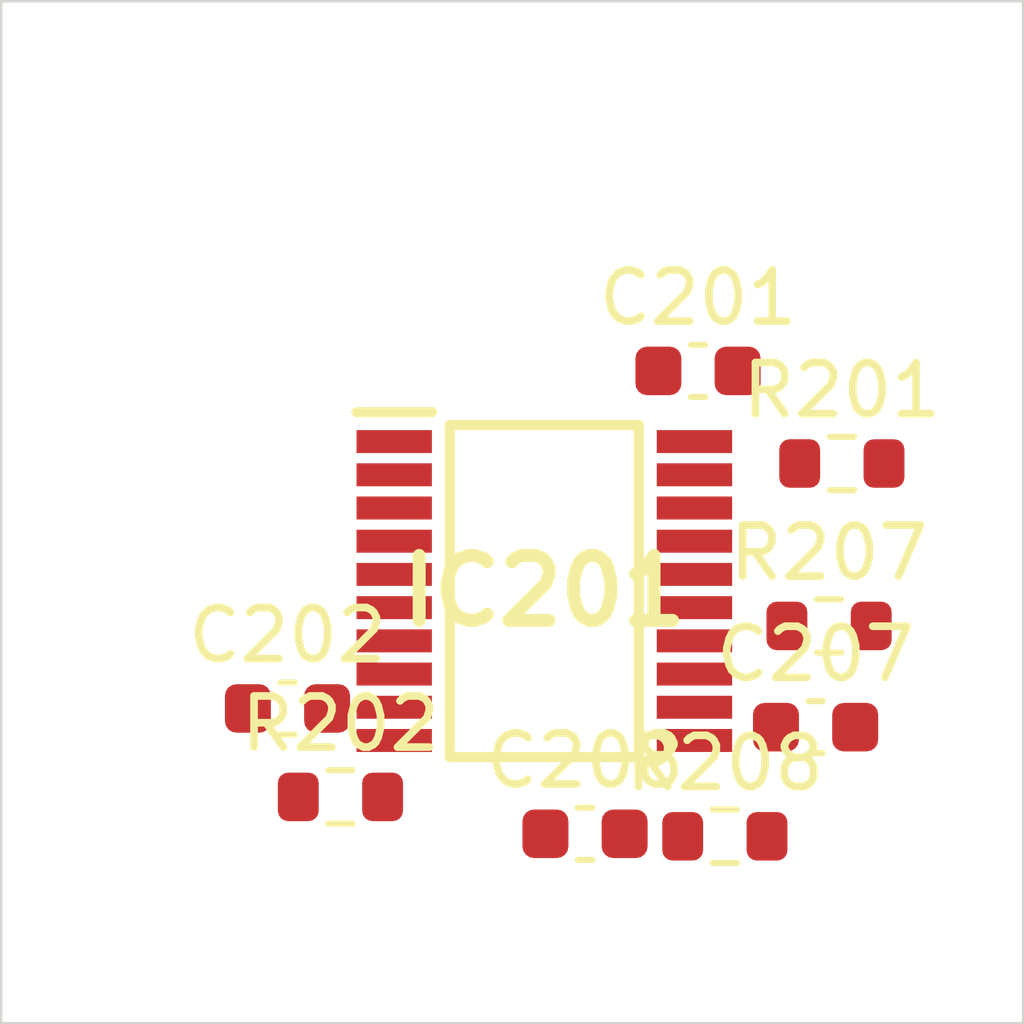
<source format=kicad_pcb>
 ( kicad_pcb  ( version 20171130 )
 ( host pcbnew 5.1.12-84ad8e8a86~92~ubuntu18.04.1 )
 ( general  ( thickness 1.6 )
 ( drawings 4 )
 ( tracks 0 )
 ( zones 0 )
 ( modules 9 )
 ( nets 19 )
)
 ( page A4 )
 ( layers  ( 0 F.Cu signal )
 ( 31 B.Cu signal )
 ( 32 B.Adhes user )
 ( 33 F.Adhes user )
 ( 34 B.Paste user )
 ( 35 F.Paste user )
 ( 36 B.SilkS user )
 ( 37 F.SilkS user )
 ( 38 B.Mask user )
 ( 39 F.Mask user )
 ( 40 Dwgs.User user )
 ( 41 Cmts.User user )
 ( 42 Eco1.User user )
 ( 43 Eco2.User user )
 ( 44 Edge.Cuts user )
 ( 45 Margin user )
 ( 46 B.CrtYd user )
 ( 47 F.CrtYd user )
 ( 48 B.Fab user )
 ( 49 F.Fab user )
)
 ( setup  ( last_trace_width 0.25 )
 ( trace_clearance 0.2 )
 ( zone_clearance 0.508 )
 ( zone_45_only no )
 ( trace_min 0.2 )
 ( via_size 0.8 )
 ( via_drill 0.4 )
 ( via_min_size 0.4 )
 ( via_min_drill 0.3 )
 ( uvia_size 0.3 )
 ( uvia_drill 0.1 )
 ( uvias_allowed no )
 ( uvia_min_size 0.2 )
 ( uvia_min_drill 0.1 )
 ( edge_width 0.05 )
 ( segment_width 0.2 )
 ( pcb_text_width 0.3 )
 ( pcb_text_size 1.5 1.5 )
 ( mod_edge_width 0.12 )
 ( mod_text_size 1 1 )
 ( mod_text_width 0.15 )
 ( pad_size 1.524 1.524 )
 ( pad_drill 0.762 )
 ( pad_to_mask_clearance 0 )
 ( aux_axis_origin 0 0 )
 ( visible_elements FFFFFF7F )
 ( pcbplotparams  ( layerselection 0x010fc_ffffffff )
 ( usegerberextensions false )
 ( usegerberattributes true )
 ( usegerberadvancedattributes true )
 ( creategerberjobfile true )
 ( excludeedgelayer true )
 ( linewidth 0.100000 )
 ( plotframeref false )
 ( viasonmask false )
 ( mode 1 )
 ( useauxorigin false )
 ( hpglpennumber 1 )
 ( hpglpenspeed 20 )
 ( hpglpendiameter 15.000000 )
 ( psnegative false )
 ( psa4output false )
 ( plotreference true )
 ( plotvalue true )
 ( plotinvisibletext false )
 ( padsonsilk false )
 ( subtractmaskfromsilk false )
 ( outputformat 1 )
 ( mirror false )
 ( drillshape 1 )
 ( scaleselection 1 )
 ( outputdirectory "" )
)
)
 ( net 0 "" )
 ( net 1 GND )
 ( net 2 /Sheet6235D886/ch0 )
 ( net 3 /Sheet6235D886/ch1 )
 ( net 4 /Sheet6235D886/ch2 )
 ( net 5 /Sheet6235D886/ch3 )
 ( net 6 /Sheet6235D886/ch4 )
 ( net 7 /Sheet6235D886/ch5 )
 ( net 8 /Sheet6235D886/ch6 )
 ( net 9 /Sheet6235D886/ch7 )
 ( net 10 VDD )
 ( net 11 VDDA )
 ( net 12 /Sheet6235D886/adc_csn )
 ( net 13 /Sheet6235D886/adc_sck )
 ( net 14 /Sheet6235D886/adc_sdi )
 ( net 15 /Sheet6235D886/adc_sdo )
 ( net 16 /Sheet6235D886/vp )
 ( net 17 /Sheet6248AD22/chn0 )
 ( net 18 /Sheet6248AD22/chn3 )
 ( net_class Default "This is the default net class."  ( clearance 0.2 )
 ( trace_width 0.25 )
 ( via_dia 0.8 )
 ( via_drill 0.4 )
 ( uvia_dia 0.3 )
 ( uvia_drill 0.1 )
 ( add_net /Sheet6235D886/adc_csn )
 ( add_net /Sheet6235D886/adc_sck )
 ( add_net /Sheet6235D886/adc_sdi )
 ( add_net /Sheet6235D886/adc_sdo )
 ( add_net /Sheet6235D886/ch0 )
 ( add_net /Sheet6235D886/ch1 )
 ( add_net /Sheet6235D886/ch2 )
 ( add_net /Sheet6235D886/ch3 )
 ( add_net /Sheet6235D886/ch4 )
 ( add_net /Sheet6235D886/ch5 )
 ( add_net /Sheet6235D886/ch6 )
 ( add_net /Sheet6235D886/ch7 )
 ( add_net /Sheet6235D886/vp )
 ( add_net /Sheet6248AD22/chn0 )
 ( add_net /Sheet6248AD22/chn3 )
 ( add_net GND )
 ( add_net VDD )
 ( add_net VDDA )
)
 ( module Capacitor_SMD:C_0603_1608Metric  ( layer F.Cu )
 ( tedit 5F68FEEE )
 ( tstamp 6234222D )
 ( at 93.635700 107.234000 )
 ( descr "Capacitor SMD 0603 (1608 Metric), square (rectangular) end terminal, IPC_7351 nominal, (Body size source: IPC-SM-782 page 76, https://www.pcb-3d.com/wordpress/wp-content/uploads/ipc-sm-782a_amendment_1_and_2.pdf), generated with kicad-footprint-generator" )
 ( tags capacitor )
 ( path /6235D887/623691C5 )
 ( attr smd )
 ( fp_text reference C201  ( at 0 -1.43 )
 ( layer F.SilkS )
 ( effects  ( font  ( size 1 1 )
 ( thickness 0.15 )
)
)
)
 ( fp_text value 0.1uF  ( at 0 1.43 )
 ( layer F.Fab )
 ( effects  ( font  ( size 1 1 )
 ( thickness 0.15 )
)
)
)
 ( fp_line  ( start -0.8 0.4 )
 ( end -0.8 -0.4 )
 ( layer F.Fab )
 ( width 0.1 )
)
 ( fp_line  ( start -0.8 -0.4 )
 ( end 0.8 -0.4 )
 ( layer F.Fab )
 ( width 0.1 )
)
 ( fp_line  ( start 0.8 -0.4 )
 ( end 0.8 0.4 )
 ( layer F.Fab )
 ( width 0.1 )
)
 ( fp_line  ( start 0.8 0.4 )
 ( end -0.8 0.4 )
 ( layer F.Fab )
 ( width 0.1 )
)
 ( fp_line  ( start -0.14058 -0.51 )
 ( end 0.14058 -0.51 )
 ( layer F.SilkS )
 ( width 0.12 )
)
 ( fp_line  ( start -0.14058 0.51 )
 ( end 0.14058 0.51 )
 ( layer F.SilkS )
 ( width 0.12 )
)
 ( fp_line  ( start -1.48 0.73 )
 ( end -1.48 -0.73 )
 ( layer F.CrtYd )
 ( width 0.05 )
)
 ( fp_line  ( start -1.48 -0.73 )
 ( end 1.48 -0.73 )
 ( layer F.CrtYd )
 ( width 0.05 )
)
 ( fp_line  ( start 1.48 -0.73 )
 ( end 1.48 0.73 )
 ( layer F.CrtYd )
 ( width 0.05 )
)
 ( fp_line  ( start 1.48 0.73 )
 ( end -1.48 0.73 )
 ( layer F.CrtYd )
 ( width 0.05 )
)
 ( fp_text user %R  ( at 0 0 )
 ( layer F.Fab )
 ( effects  ( font  ( size 0.4 0.4 )
 ( thickness 0.06 )
)
)
)
 ( pad 2 smd roundrect  ( at 0.775 0 )
 ( size 0.9 0.95 )
 ( layers F.Cu F.Mask F.Paste )
 ( roundrect_rratio 0.25 )
 ( net 1 GND )
)
 ( pad 1 smd roundrect  ( at -0.775 0 )
 ( size 0.9 0.95 )
 ( layers F.Cu F.Mask F.Paste )
 ( roundrect_rratio 0.25 )
 ( net 2 /Sheet6235D886/ch0 )
)
 ( model ${KISYS3DMOD}/Capacitor_SMD.3dshapes/C_0603_1608Metric.wrl  ( at  ( xyz 0 0 0 )
)
 ( scale  ( xyz 1 1 1 )
)
 ( rotate  ( xyz 0 0 0 )
)
)
)
 ( module Capacitor_SMD:C_0603_1608Metric  ( layer F.Cu )
 ( tedit 5F68FEEE )
 ( tstamp 6234223E )
 ( at 85.601900 113.840000 )
 ( descr "Capacitor SMD 0603 (1608 Metric), square (rectangular) end terminal, IPC_7351 nominal, (Body size source: IPC-SM-782 page 76, https://www.pcb-3d.com/wordpress/wp-content/uploads/ipc-sm-782a_amendment_1_and_2.pdf), generated with kicad-footprint-generator" )
 ( tags capacitor )
 ( path /6235D887/62369EE0 )
 ( attr smd )
 ( fp_text reference C202  ( at 0 -1.43 )
 ( layer F.SilkS )
 ( effects  ( font  ( size 1 1 )
 ( thickness 0.15 )
)
)
)
 ( fp_text value 0.1uF  ( at 0 1.43 )
 ( layer F.Fab )
 ( effects  ( font  ( size 1 1 )
 ( thickness 0.15 )
)
)
)
 ( fp_line  ( start 1.48 0.73 )
 ( end -1.48 0.73 )
 ( layer F.CrtYd )
 ( width 0.05 )
)
 ( fp_line  ( start 1.48 -0.73 )
 ( end 1.48 0.73 )
 ( layer F.CrtYd )
 ( width 0.05 )
)
 ( fp_line  ( start -1.48 -0.73 )
 ( end 1.48 -0.73 )
 ( layer F.CrtYd )
 ( width 0.05 )
)
 ( fp_line  ( start -1.48 0.73 )
 ( end -1.48 -0.73 )
 ( layer F.CrtYd )
 ( width 0.05 )
)
 ( fp_line  ( start -0.14058 0.51 )
 ( end 0.14058 0.51 )
 ( layer F.SilkS )
 ( width 0.12 )
)
 ( fp_line  ( start -0.14058 -0.51 )
 ( end 0.14058 -0.51 )
 ( layer F.SilkS )
 ( width 0.12 )
)
 ( fp_line  ( start 0.8 0.4 )
 ( end -0.8 0.4 )
 ( layer F.Fab )
 ( width 0.1 )
)
 ( fp_line  ( start 0.8 -0.4 )
 ( end 0.8 0.4 )
 ( layer F.Fab )
 ( width 0.1 )
)
 ( fp_line  ( start -0.8 -0.4 )
 ( end 0.8 -0.4 )
 ( layer F.Fab )
 ( width 0.1 )
)
 ( fp_line  ( start -0.8 0.4 )
 ( end -0.8 -0.4 )
 ( layer F.Fab )
 ( width 0.1 )
)
 ( fp_text user %R  ( at 0 0 )
 ( layer F.Fab )
 ( effects  ( font  ( size 0.4 0.4 )
 ( thickness 0.06 )
)
)
)
 ( pad 1 smd roundrect  ( at -0.775 0 )
 ( size 0.9 0.95 )
 ( layers F.Cu F.Mask F.Paste )
 ( roundrect_rratio 0.25 )
 ( net 1 GND )
)
 ( pad 2 smd roundrect  ( at 0.775 0 )
 ( size 0.9 0.95 )
 ( layers F.Cu F.Mask F.Paste )
 ( roundrect_rratio 0.25 )
 ( net 3 /Sheet6235D886/ch1 )
)
 ( model ${KISYS3DMOD}/Capacitor_SMD.3dshapes/C_0603_1608Metric.wrl  ( at  ( xyz 0 0 0 )
)
 ( scale  ( xyz 1 1 1 )
)
 ( rotate  ( xyz 0 0 0 )
)
)
)
 ( module Capacitor_SMD:C_0603_1608Metric  ( layer F.Cu )
 ( tedit 5F68FEEE )
 ( tstamp 62342293 )
 ( at 95.936600 114.206000 )
 ( descr "Capacitor SMD 0603 (1608 Metric), square (rectangular) end terminal, IPC_7351 nominal, (Body size source: IPC-SM-782 page 76, https://www.pcb-3d.com/wordpress/wp-content/uploads/ipc-sm-782a_amendment_1_and_2.pdf), generated with kicad-footprint-generator" )
 ( tags capacitor )
 ( path /6235D887/6238B3FE )
 ( attr smd )
 ( fp_text reference C207  ( at 0 -1.43 )
 ( layer F.SilkS )
 ( effects  ( font  ( size 1 1 )
 ( thickness 0.15 )
)
)
)
 ( fp_text value 0.1uF  ( at 0 1.43 )
 ( layer F.Fab )
 ( effects  ( font  ( size 1 1 )
 ( thickness 0.15 )
)
)
)
 ( fp_line  ( start -0.8 0.4 )
 ( end -0.8 -0.4 )
 ( layer F.Fab )
 ( width 0.1 )
)
 ( fp_line  ( start -0.8 -0.4 )
 ( end 0.8 -0.4 )
 ( layer F.Fab )
 ( width 0.1 )
)
 ( fp_line  ( start 0.8 -0.4 )
 ( end 0.8 0.4 )
 ( layer F.Fab )
 ( width 0.1 )
)
 ( fp_line  ( start 0.8 0.4 )
 ( end -0.8 0.4 )
 ( layer F.Fab )
 ( width 0.1 )
)
 ( fp_line  ( start -0.14058 -0.51 )
 ( end 0.14058 -0.51 )
 ( layer F.SilkS )
 ( width 0.12 )
)
 ( fp_line  ( start -0.14058 0.51 )
 ( end 0.14058 0.51 )
 ( layer F.SilkS )
 ( width 0.12 )
)
 ( fp_line  ( start -1.48 0.73 )
 ( end -1.48 -0.73 )
 ( layer F.CrtYd )
 ( width 0.05 )
)
 ( fp_line  ( start -1.48 -0.73 )
 ( end 1.48 -0.73 )
 ( layer F.CrtYd )
 ( width 0.05 )
)
 ( fp_line  ( start 1.48 -0.73 )
 ( end 1.48 0.73 )
 ( layer F.CrtYd )
 ( width 0.05 )
)
 ( fp_line  ( start 1.48 0.73 )
 ( end -1.48 0.73 )
 ( layer F.CrtYd )
 ( width 0.05 )
)
 ( fp_text user %R  ( at 0 0 )
 ( layer F.Fab )
 ( effects  ( font  ( size 0.4 0.4 )
 ( thickness 0.06 )
)
)
)
 ( pad 2 smd roundrect  ( at 0.775 0 )
 ( size 0.9 0.95 )
 ( layers F.Cu F.Mask F.Paste )
 ( roundrect_rratio 0.25 )
 ( net 1 GND )
)
 ( pad 1 smd roundrect  ( at -0.775 0 )
 ( size 0.9 0.95 )
 ( layers F.Cu F.Mask F.Paste )
 ( roundrect_rratio 0.25 )
 ( net 8 /Sheet6235D886/ch6 )
)
 ( model ${KISYS3DMOD}/Capacitor_SMD.3dshapes/C_0603_1608Metric.wrl  ( at  ( xyz 0 0 0 )
)
 ( scale  ( xyz 1 1 1 )
)
 ( rotate  ( xyz 0 0 0 )
)
)
)
 ( module Capacitor_SMD:C_0603_1608Metric  ( layer F.Cu )
 ( tedit 5F68FEEE )
 ( tstamp 623422A4 )
 ( at 91.424700 116.293000 )
 ( descr "Capacitor SMD 0603 (1608 Metric), square (rectangular) end terminal, IPC_7351 nominal, (Body size source: IPC-SM-782 page 76, https://www.pcb-3d.com/wordpress/wp-content/uploads/ipc-sm-782a_amendment_1_and_2.pdf), generated with kicad-footprint-generator" )
 ( tags capacitor )
 ( path /6235D887/6238B404 )
 ( attr smd )
 ( fp_text reference C208  ( at 0 -1.43 )
 ( layer F.SilkS )
 ( effects  ( font  ( size 1 1 )
 ( thickness 0.15 )
)
)
)
 ( fp_text value 0.1uF  ( at 0 1.43 )
 ( layer F.Fab )
 ( effects  ( font  ( size 1 1 )
 ( thickness 0.15 )
)
)
)
 ( fp_line  ( start 1.48 0.73 )
 ( end -1.48 0.73 )
 ( layer F.CrtYd )
 ( width 0.05 )
)
 ( fp_line  ( start 1.48 -0.73 )
 ( end 1.48 0.73 )
 ( layer F.CrtYd )
 ( width 0.05 )
)
 ( fp_line  ( start -1.48 -0.73 )
 ( end 1.48 -0.73 )
 ( layer F.CrtYd )
 ( width 0.05 )
)
 ( fp_line  ( start -1.48 0.73 )
 ( end -1.48 -0.73 )
 ( layer F.CrtYd )
 ( width 0.05 )
)
 ( fp_line  ( start -0.14058 0.51 )
 ( end 0.14058 0.51 )
 ( layer F.SilkS )
 ( width 0.12 )
)
 ( fp_line  ( start -0.14058 -0.51 )
 ( end 0.14058 -0.51 )
 ( layer F.SilkS )
 ( width 0.12 )
)
 ( fp_line  ( start 0.8 0.4 )
 ( end -0.8 0.4 )
 ( layer F.Fab )
 ( width 0.1 )
)
 ( fp_line  ( start 0.8 -0.4 )
 ( end 0.8 0.4 )
 ( layer F.Fab )
 ( width 0.1 )
)
 ( fp_line  ( start -0.8 -0.4 )
 ( end 0.8 -0.4 )
 ( layer F.Fab )
 ( width 0.1 )
)
 ( fp_line  ( start -0.8 0.4 )
 ( end -0.8 -0.4 )
 ( layer F.Fab )
 ( width 0.1 )
)
 ( fp_text user %R  ( at 0 0 )
 ( layer F.Fab )
 ( effects  ( font  ( size 0.4 0.4 )
 ( thickness 0.06 )
)
)
)
 ( pad 1 smd roundrect  ( at -0.775 0 )
 ( size 0.9 0.95 )
 ( layers F.Cu F.Mask F.Paste )
 ( roundrect_rratio 0.25 )
 ( net 1 GND )
)
 ( pad 2 smd roundrect  ( at 0.775 0 )
 ( size 0.9 0.95 )
 ( layers F.Cu F.Mask F.Paste )
 ( roundrect_rratio 0.25 )
 ( net 9 /Sheet6235D886/ch7 )
)
 ( model ${KISYS3DMOD}/Capacitor_SMD.3dshapes/C_0603_1608Metric.wrl  ( at  ( xyz 0 0 0 )
)
 ( scale  ( xyz 1 1 1 )
)
 ( rotate  ( xyz 0 0 0 )
)
)
)
 ( module MCP3564R-E_ST:SOP65P640X120-20N locked  ( layer F.Cu )
 ( tedit 623351C2 )
 ( tstamp 623423D6 )
 ( at 90.628000 111.542000 )
 ( descr "20-Lead Plastic Thin Shrink Small Outline (ST) - 4.4mm body [TSSOP]" )
 ( tags "Integrated Circuit" )
 ( path /6235D887/6235E071 )
 ( attr smd )
 ( fp_text reference IC201  ( at 0 0 )
 ( layer F.SilkS )
 ( effects  ( font  ( size 1.27 1.27 )
 ( thickness 0.254 )
)
)
)
 ( fp_text value MCP3564R-E_ST  ( at 0 0 )
 ( layer F.SilkS )
hide  ( effects  ( font  ( size 1.27 1.27 )
 ( thickness 0.254 )
)
)
)
 ( fp_line  ( start -3.925 -3.55 )
 ( end 3.925 -3.55 )
 ( layer Dwgs.User )
 ( width 0.05 )
)
 ( fp_line  ( start 3.925 -3.55 )
 ( end 3.925 3.55 )
 ( layer Dwgs.User )
 ( width 0.05 )
)
 ( fp_line  ( start 3.925 3.55 )
 ( end -3.925 3.55 )
 ( layer Dwgs.User )
 ( width 0.05 )
)
 ( fp_line  ( start -3.925 3.55 )
 ( end -3.925 -3.55 )
 ( layer Dwgs.User )
 ( width 0.05 )
)
 ( fp_line  ( start -2.2 -3.25 )
 ( end 2.2 -3.25 )
 ( layer Dwgs.User )
 ( width 0.1 )
)
 ( fp_line  ( start 2.2 -3.25 )
 ( end 2.2 3.25 )
 ( layer Dwgs.User )
 ( width 0.1 )
)
 ( fp_line  ( start 2.2 3.25 )
 ( end -2.2 3.25 )
 ( layer Dwgs.User )
 ( width 0.1 )
)
 ( fp_line  ( start -2.2 3.25 )
 ( end -2.2 -3.25 )
 ( layer Dwgs.User )
 ( width 0.1 )
)
 ( fp_line  ( start -2.2 -2.6 )
 ( end -1.55 -3.25 )
 ( layer Dwgs.User )
 ( width 0.1 )
)
 ( fp_line  ( start -1.85 -3.25 )
 ( end 1.85 -3.25 )
 ( layer F.SilkS )
 ( width 0.2 )
)
 ( fp_line  ( start 1.85 -3.25 )
 ( end 1.85 3.25 )
 ( layer F.SilkS )
 ( width 0.2 )
)
 ( fp_line  ( start 1.85 3.25 )
 ( end -1.85 3.25 )
 ( layer F.SilkS )
 ( width 0.2 )
)
 ( fp_line  ( start -1.85 3.25 )
 ( end -1.85 -3.25 )
 ( layer F.SilkS )
 ( width 0.2 )
)
 ( fp_line  ( start -3.675 -3.5 )
 ( end -2.2 -3.5 )
 ( layer F.SilkS )
 ( width 0.2 )
)
 ( pad 1 smd rect  ( at -2.938 -2.925 90.000000 )
 ( size 0.45 1.475 )
 ( layers F.Cu F.Mask F.Paste )
 ( net 11 VDDA )
)
 ( pad 2 smd rect  ( at -2.938 -2.275 90.000000 )
 ( size 0.45 1.475 )
 ( layers F.Cu F.Mask F.Paste )
 ( net 1 GND )
)
 ( pad 3 smd rect  ( at -2.938 -1.625 90.000000 )
 ( size 0.45 1.475 )
 ( layers F.Cu F.Mask F.Paste )
 ( net 1 GND )
)
 ( pad 4 smd rect  ( at -2.938 -0.975 90.000000 )
 ( size 0.45 1.475 )
 ( layers F.Cu F.Mask F.Paste )
)
 ( pad 5 smd rect  ( at -2.938 -0.325 90.000000 )
 ( size 0.45 1.475 )
 ( layers F.Cu F.Mask F.Paste )
 ( net 2 /Sheet6235D886/ch0 )
)
 ( pad 6 smd rect  ( at -2.938 0.325 90.000000 )
 ( size 0.45 1.475 )
 ( layers F.Cu F.Mask F.Paste )
 ( net 3 /Sheet6235D886/ch1 )
)
 ( pad 7 smd rect  ( at -2.938 0.975 90.000000 )
 ( size 0.45 1.475 )
 ( layers F.Cu F.Mask F.Paste )
 ( net 4 /Sheet6235D886/ch2 )
)
 ( pad 8 smd rect  ( at -2.938 1.625 90.000000 )
 ( size 0.45 1.475 )
 ( layers F.Cu F.Mask F.Paste )
 ( net 5 /Sheet6235D886/ch3 )
)
 ( pad 9 smd rect  ( at -2.938 2.275 90.000000 )
 ( size 0.45 1.475 )
 ( layers F.Cu F.Mask F.Paste )
 ( net 6 /Sheet6235D886/ch4 )
)
 ( pad 10 smd rect  ( at -2.938 2.925 90.000000 )
 ( size 0.45 1.475 )
 ( layers F.Cu F.Mask F.Paste )
 ( net 7 /Sheet6235D886/ch5 )
)
 ( pad 11 smd rect  ( at 2.938 2.925 90.000000 )
 ( size 0.45 1.475 )
 ( layers F.Cu F.Mask F.Paste )
 ( net 8 /Sheet6235D886/ch6 )
)
 ( pad 12 smd rect  ( at 2.938 2.275 90.000000 )
 ( size 0.45 1.475 )
 ( layers F.Cu F.Mask F.Paste )
 ( net 9 /Sheet6235D886/ch7 )
)
 ( pad 13 smd rect  ( at 2.938 1.625 90.000000 )
 ( size 0.45 1.475 )
 ( layers F.Cu F.Mask F.Paste )
 ( net 12 /Sheet6235D886/adc_csn )
)
 ( pad 14 smd rect  ( at 2.938 0.975 90.000000 )
 ( size 0.45 1.475 )
 ( layers F.Cu F.Mask F.Paste )
 ( net 13 /Sheet6235D886/adc_sck )
)
 ( pad 15 smd rect  ( at 2.938 0.325 90.000000 )
 ( size 0.45 1.475 )
 ( layers F.Cu F.Mask F.Paste )
 ( net 14 /Sheet6235D886/adc_sdi )
)
 ( pad 16 smd rect  ( at 2.938 -0.325 90.000000 )
 ( size 0.45 1.475 )
 ( layers F.Cu F.Mask F.Paste )
 ( net 15 /Sheet6235D886/adc_sdo )
)
 ( pad 17 smd rect  ( at 2.938 -0.975 90.000000 )
 ( size 0.45 1.475 )
 ( layers F.Cu F.Mask F.Paste )
)
 ( pad 18 smd rect  ( at 2.938 -1.625 90.000000 )
 ( size 0.45 1.475 )
 ( layers F.Cu F.Mask F.Paste )
)
 ( pad 19 smd rect  ( at 2.938 -2.275 90.000000 )
 ( size 0.45 1.475 )
 ( layers F.Cu F.Mask F.Paste )
 ( net 1 GND )
)
 ( pad 20 smd rect  ( at 2.938 -2.925 90.000000 )
 ( size 0.45 1.475 )
 ( layers F.Cu F.Mask F.Paste )
 ( net 10 VDD )
)
)
 ( module Resistor_SMD:R_0603_1608Metric  ( layer F.Cu )
 ( tedit 5F68FEEE )
 ( tstamp 6234250D )
 ( at 96.450900 109.046000 )
 ( descr "Resistor SMD 0603 (1608 Metric), square (rectangular) end terminal, IPC_7351 nominal, (Body size source: IPC-SM-782 page 72, https://www.pcb-3d.com/wordpress/wp-content/uploads/ipc-sm-782a_amendment_1_and_2.pdf), generated with kicad-footprint-generator" )
 ( tags resistor )
 ( path /6235D887/623641B7 )
 ( attr smd )
 ( fp_text reference R201  ( at 0 -1.43 )
 ( layer F.SilkS )
 ( effects  ( font  ( size 1 1 )
 ( thickness 0.15 )
)
)
)
 ( fp_text value 1k  ( at 0 1.43 )
 ( layer F.Fab )
 ( effects  ( font  ( size 1 1 )
 ( thickness 0.15 )
)
)
)
 ( fp_line  ( start -0.8 0.4125 )
 ( end -0.8 -0.4125 )
 ( layer F.Fab )
 ( width 0.1 )
)
 ( fp_line  ( start -0.8 -0.4125 )
 ( end 0.8 -0.4125 )
 ( layer F.Fab )
 ( width 0.1 )
)
 ( fp_line  ( start 0.8 -0.4125 )
 ( end 0.8 0.4125 )
 ( layer F.Fab )
 ( width 0.1 )
)
 ( fp_line  ( start 0.8 0.4125 )
 ( end -0.8 0.4125 )
 ( layer F.Fab )
 ( width 0.1 )
)
 ( fp_line  ( start -0.237258 -0.5225 )
 ( end 0.237258 -0.5225 )
 ( layer F.SilkS )
 ( width 0.12 )
)
 ( fp_line  ( start -0.237258 0.5225 )
 ( end 0.237258 0.5225 )
 ( layer F.SilkS )
 ( width 0.12 )
)
 ( fp_line  ( start -1.48 0.73 )
 ( end -1.48 -0.73 )
 ( layer F.CrtYd )
 ( width 0.05 )
)
 ( fp_line  ( start -1.48 -0.73 )
 ( end 1.48 -0.73 )
 ( layer F.CrtYd )
 ( width 0.05 )
)
 ( fp_line  ( start 1.48 -0.73 )
 ( end 1.48 0.73 )
 ( layer F.CrtYd )
 ( width 0.05 )
)
 ( fp_line  ( start 1.48 0.73 )
 ( end -1.48 0.73 )
 ( layer F.CrtYd )
 ( width 0.05 )
)
 ( fp_text user %R  ( at 0 0 )
 ( layer F.Fab )
 ( effects  ( font  ( size 0.4 0.4 )
 ( thickness 0.06 )
)
)
)
 ( pad 2 smd roundrect  ( at 0.825 0 )
 ( size 0.8 0.95 )
 ( layers F.Cu F.Mask F.Paste )
 ( roundrect_rratio 0.25 )
 ( net 16 /Sheet6235D886/vp )
)
 ( pad 1 smd roundrect  ( at -0.825 0 )
 ( size 0.8 0.95 )
 ( layers F.Cu F.Mask F.Paste )
 ( roundrect_rratio 0.25 )
 ( net 2 /Sheet6235D886/ch0 )
)
 ( model ${KISYS3DMOD}/Resistor_SMD.3dshapes/R_0603_1608Metric.wrl  ( at  ( xyz 0 0 0 )
)
 ( scale  ( xyz 1 1 1 )
)
 ( rotate  ( xyz 0 0 0 )
)
)
)
 ( module Resistor_SMD:R_0603_1608Metric  ( layer F.Cu )
 ( tedit 5F68FEEE )
 ( tstamp 6234251E )
 ( at 86.637500 115.571000 )
 ( descr "Resistor SMD 0603 (1608 Metric), square (rectangular) end terminal, IPC_7351 nominal, (Body size source: IPC-SM-782 page 72, https://www.pcb-3d.com/wordpress/wp-content/uploads/ipc-sm-782a_amendment_1_and_2.pdf), generated with kicad-footprint-generator" )
 ( tags resistor )
 ( path /6235D887/6236A646 )
 ( attr smd )
 ( fp_text reference R202  ( at 0 -1.43 )
 ( layer F.SilkS )
 ( effects  ( font  ( size 1 1 )
 ( thickness 0.15 )
)
)
)
 ( fp_text value 1k  ( at 0 1.43 )
 ( layer F.Fab )
 ( effects  ( font  ( size 1 1 )
 ( thickness 0.15 )
)
)
)
 ( fp_line  ( start 1.48 0.73 )
 ( end -1.48 0.73 )
 ( layer F.CrtYd )
 ( width 0.05 )
)
 ( fp_line  ( start 1.48 -0.73 )
 ( end 1.48 0.73 )
 ( layer F.CrtYd )
 ( width 0.05 )
)
 ( fp_line  ( start -1.48 -0.73 )
 ( end 1.48 -0.73 )
 ( layer F.CrtYd )
 ( width 0.05 )
)
 ( fp_line  ( start -1.48 0.73 )
 ( end -1.48 -0.73 )
 ( layer F.CrtYd )
 ( width 0.05 )
)
 ( fp_line  ( start -0.237258 0.5225 )
 ( end 0.237258 0.5225 )
 ( layer F.SilkS )
 ( width 0.12 )
)
 ( fp_line  ( start -0.237258 -0.5225 )
 ( end 0.237258 -0.5225 )
 ( layer F.SilkS )
 ( width 0.12 )
)
 ( fp_line  ( start 0.8 0.4125 )
 ( end -0.8 0.4125 )
 ( layer F.Fab )
 ( width 0.1 )
)
 ( fp_line  ( start 0.8 -0.4125 )
 ( end 0.8 0.4125 )
 ( layer F.Fab )
 ( width 0.1 )
)
 ( fp_line  ( start -0.8 -0.4125 )
 ( end 0.8 -0.4125 )
 ( layer F.Fab )
 ( width 0.1 )
)
 ( fp_line  ( start -0.8 0.4125 )
 ( end -0.8 -0.4125 )
 ( layer F.Fab )
 ( width 0.1 )
)
 ( fp_text user %R  ( at 0 0 )
 ( layer F.Fab )
 ( effects  ( font  ( size 0.4 0.4 )
 ( thickness 0.06 )
)
)
)
 ( pad 1 smd roundrect  ( at -0.825 0 )
 ( size 0.8 0.95 )
 ( layers F.Cu F.Mask F.Paste )
 ( roundrect_rratio 0.25 )
 ( net 3 /Sheet6235D886/ch1 )
)
 ( pad 2 smd roundrect  ( at 0.825 0 )
 ( size 0.8 0.95 )
 ( layers F.Cu F.Mask F.Paste )
 ( roundrect_rratio 0.25 )
 ( net 17 /Sheet6248AD22/chn0 )
)
 ( model ${KISYS3DMOD}/Resistor_SMD.3dshapes/R_0603_1608Metric.wrl  ( at  ( xyz 0 0 0 )
)
 ( scale  ( xyz 1 1 1 )
)
 ( rotate  ( xyz 0 0 0 )
)
)
)
 ( module Resistor_SMD:R_0603_1608Metric  ( layer F.Cu )
 ( tedit 5F68FEEE )
 ( tstamp 62342573 )
 ( at 96.200800 112.225000 )
 ( descr "Resistor SMD 0603 (1608 Metric), square (rectangular) end terminal, IPC_7351 nominal, (Body size source: IPC-SM-782 page 72, https://www.pcb-3d.com/wordpress/wp-content/uploads/ipc-sm-782a_amendment_1_and_2.pdf), generated with kicad-footprint-generator" )
 ( tags resistor )
 ( path /6235D887/6238B3F8 )
 ( attr smd )
 ( fp_text reference R207  ( at 0 -1.43 )
 ( layer F.SilkS )
 ( effects  ( font  ( size 1 1 )
 ( thickness 0.15 )
)
)
)
 ( fp_text value 1k  ( at 0 1.43 )
 ( layer F.Fab )
 ( effects  ( font  ( size 1 1 )
 ( thickness 0.15 )
)
)
)
 ( fp_line  ( start -0.8 0.4125 )
 ( end -0.8 -0.4125 )
 ( layer F.Fab )
 ( width 0.1 )
)
 ( fp_line  ( start -0.8 -0.4125 )
 ( end 0.8 -0.4125 )
 ( layer F.Fab )
 ( width 0.1 )
)
 ( fp_line  ( start 0.8 -0.4125 )
 ( end 0.8 0.4125 )
 ( layer F.Fab )
 ( width 0.1 )
)
 ( fp_line  ( start 0.8 0.4125 )
 ( end -0.8 0.4125 )
 ( layer F.Fab )
 ( width 0.1 )
)
 ( fp_line  ( start -0.237258 -0.5225 )
 ( end 0.237258 -0.5225 )
 ( layer F.SilkS )
 ( width 0.12 )
)
 ( fp_line  ( start -0.237258 0.5225 )
 ( end 0.237258 0.5225 )
 ( layer F.SilkS )
 ( width 0.12 )
)
 ( fp_line  ( start -1.48 0.73 )
 ( end -1.48 -0.73 )
 ( layer F.CrtYd )
 ( width 0.05 )
)
 ( fp_line  ( start -1.48 -0.73 )
 ( end 1.48 -0.73 )
 ( layer F.CrtYd )
 ( width 0.05 )
)
 ( fp_line  ( start 1.48 -0.73 )
 ( end 1.48 0.73 )
 ( layer F.CrtYd )
 ( width 0.05 )
)
 ( fp_line  ( start 1.48 0.73 )
 ( end -1.48 0.73 )
 ( layer F.CrtYd )
 ( width 0.05 )
)
 ( fp_text user %R  ( at 0 0 )
 ( layer F.Fab )
 ( effects  ( font  ( size 0.4 0.4 )
 ( thickness 0.06 )
)
)
)
 ( pad 2 smd roundrect  ( at 0.825 0 )
 ( size 0.8 0.95 )
 ( layers F.Cu F.Mask F.Paste )
 ( roundrect_rratio 0.25 )
 ( net 16 /Sheet6235D886/vp )
)
 ( pad 1 smd roundrect  ( at -0.825 0 )
 ( size 0.8 0.95 )
 ( layers F.Cu F.Mask F.Paste )
 ( roundrect_rratio 0.25 )
 ( net 8 /Sheet6235D886/ch6 )
)
 ( model ${KISYS3DMOD}/Resistor_SMD.3dshapes/R_0603_1608Metric.wrl  ( at  ( xyz 0 0 0 )
)
 ( scale  ( xyz 1 1 1 )
)
 ( rotate  ( xyz 0 0 0 )
)
)
)
 ( module Resistor_SMD:R_0603_1608Metric  ( layer F.Cu )
 ( tedit 5F68FEEE )
 ( tstamp 62342584 )
 ( at 94.160900 116.342000 )
 ( descr "Resistor SMD 0603 (1608 Metric), square (rectangular) end terminal, IPC_7351 nominal, (Body size source: IPC-SM-782 page 72, https://www.pcb-3d.com/wordpress/wp-content/uploads/ipc-sm-782a_amendment_1_and_2.pdf), generated with kicad-footprint-generator" )
 ( tags resistor )
 ( path /6235D887/6238B40A )
 ( attr smd )
 ( fp_text reference R208  ( at 0 -1.43 )
 ( layer F.SilkS )
 ( effects  ( font  ( size 1 1 )
 ( thickness 0.15 )
)
)
)
 ( fp_text value 1k  ( at 0 1.43 )
 ( layer F.Fab )
 ( effects  ( font  ( size 1 1 )
 ( thickness 0.15 )
)
)
)
 ( fp_line  ( start 1.48 0.73 )
 ( end -1.48 0.73 )
 ( layer F.CrtYd )
 ( width 0.05 )
)
 ( fp_line  ( start 1.48 -0.73 )
 ( end 1.48 0.73 )
 ( layer F.CrtYd )
 ( width 0.05 )
)
 ( fp_line  ( start -1.48 -0.73 )
 ( end 1.48 -0.73 )
 ( layer F.CrtYd )
 ( width 0.05 )
)
 ( fp_line  ( start -1.48 0.73 )
 ( end -1.48 -0.73 )
 ( layer F.CrtYd )
 ( width 0.05 )
)
 ( fp_line  ( start -0.237258 0.5225 )
 ( end 0.237258 0.5225 )
 ( layer F.SilkS )
 ( width 0.12 )
)
 ( fp_line  ( start -0.237258 -0.5225 )
 ( end 0.237258 -0.5225 )
 ( layer F.SilkS )
 ( width 0.12 )
)
 ( fp_line  ( start 0.8 0.4125 )
 ( end -0.8 0.4125 )
 ( layer F.Fab )
 ( width 0.1 )
)
 ( fp_line  ( start 0.8 -0.4125 )
 ( end 0.8 0.4125 )
 ( layer F.Fab )
 ( width 0.1 )
)
 ( fp_line  ( start -0.8 -0.4125 )
 ( end 0.8 -0.4125 )
 ( layer F.Fab )
 ( width 0.1 )
)
 ( fp_line  ( start -0.8 0.4125 )
 ( end -0.8 -0.4125 )
 ( layer F.Fab )
 ( width 0.1 )
)
 ( fp_text user %R  ( at 0 0 )
 ( layer F.Fab )
 ( effects  ( font  ( size 0.4 0.4 )
 ( thickness 0.06 )
)
)
)
 ( pad 1 smd roundrect  ( at -0.825 0 )
 ( size 0.8 0.95 )
 ( layers F.Cu F.Mask F.Paste )
 ( roundrect_rratio 0.25 )
 ( net 9 /Sheet6235D886/ch7 )
)
 ( pad 2 smd roundrect  ( at 0.825 0 )
 ( size 0.8 0.95 )
 ( layers F.Cu F.Mask F.Paste )
 ( roundrect_rratio 0.25 )
 ( net 18 /Sheet6248AD22/chn3 )
)
 ( model ${KISYS3DMOD}/Resistor_SMD.3dshapes/R_0603_1608Metric.wrl  ( at  ( xyz 0 0 0 )
)
 ( scale  ( xyz 1 1 1 )
)
 ( rotate  ( xyz 0 0 0 )
)
)
)
 ( gr_line  ( start 100 100 )
 ( end 100 120 )
 ( layer Edge.Cuts )
 ( width 0.05 )
 ( tstamp 62E770C4 )
)
 ( gr_line  ( start 80 120 )
 ( end 100 120 )
 ( layer Edge.Cuts )
 ( width 0.05 )
 ( tstamp 62E770C0 )
)
 ( gr_line  ( start 80 100 )
 ( end 100 100 )
 ( layer Edge.Cuts )
 ( width 0.05 )
 ( tstamp 6234110C )
)
 ( gr_line  ( start 80 100 )
 ( end 80 120 )
 ( layer Edge.Cuts )
 ( width 0.05 )
)
)

</source>
